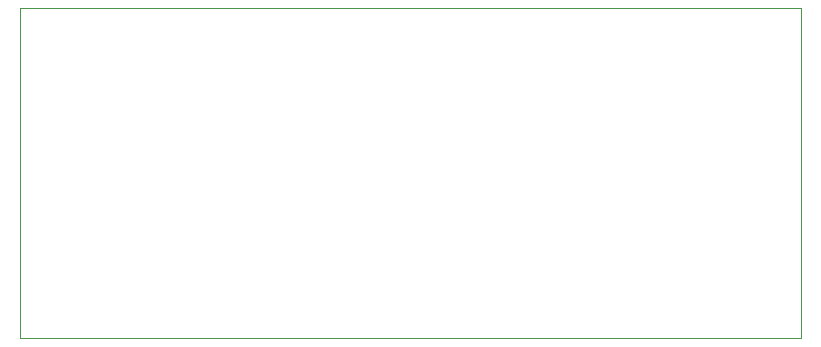
<source format=gbr>
G04 #@! TF.GenerationSoftware,KiCad,Pcbnew,(5.1.5-0-10_14)*
G04 #@! TF.CreationDate,2021-03-15T06:00:47+10:00*
G04 #@! TF.ProjectId,OH - Left Console - 18 - Left Essential Circuit Breakers,4f48202d-204c-4656-9674-20436f6e736f,rev?*
G04 #@! TF.SameCoordinates,Original*
G04 #@! TF.FileFunction,Profile,NP*
%FSLAX46Y46*%
G04 Gerber Fmt 4.6, Leading zero omitted, Abs format (unit mm)*
G04 Created by KiCad (PCBNEW (5.1.5-0-10_14)) date 2021-03-15 06:00:47*
%MOMM*%
%LPD*%
G04 APERTURE LIST*
%ADD10C,0.050000*%
G04 APERTURE END LIST*
D10*
X106045000Y-87757000D02*
X106045000Y-115697000D01*
X172212000Y-115697000D02*
X106045000Y-115697000D01*
X172212000Y-87757000D02*
X172212000Y-115697000D01*
X106045000Y-87757000D02*
X172212000Y-87757000D01*
M02*

</source>
